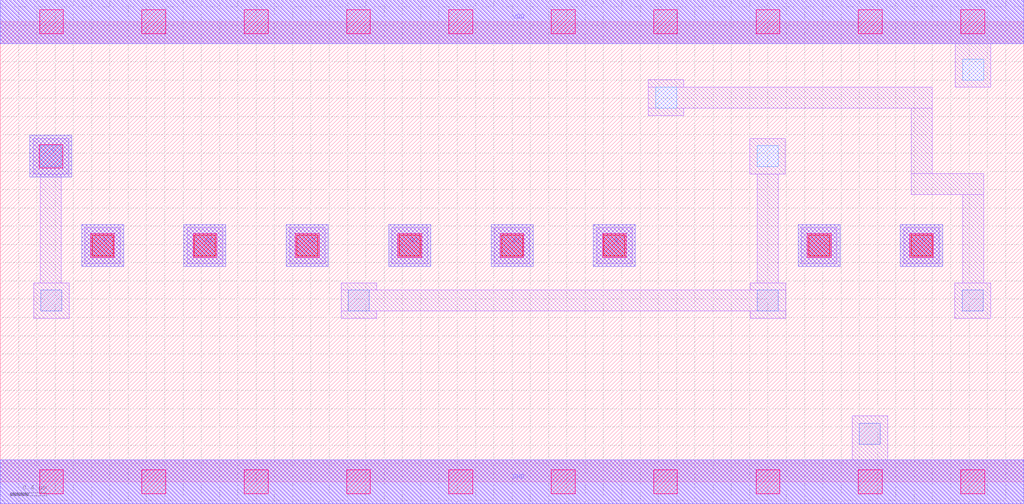
<source format=lef>
MACRO AAOAOI3311
 CLASS CORE ;
 FOREIGN AAOAOI3311 0 0 ;
 SIZE 11.200000000000001 BY 5.04 ;
 ORIGIN 0 0 ;
 SYMMETRY X Y R90 ;
 SITE unit ;
  PIN VDD
   DIRECTION INOUT ;
   USE POWER ;
   SHAPE ABUTMENT ;
    PORT
     CLASS CORE ;
       LAYER met1 ;
        RECT 0.00000000 4.80000000 11.20000000 5.28000000 ;
       LAYER met2 ;
        RECT 0.00000000 4.80000000 11.20000000 5.28000000 ;
    END
  END VDD

  PIN GND
   DIRECTION INOUT ;
   USE POWER ;
   SHAPE ABUTMENT ;
    PORT
     CLASS CORE ;
       LAYER met1 ;
        RECT 0.00000000 -0.24000000 11.20000000 0.24000000 ;
       LAYER met2 ;
        RECT 0.00000000 -0.24000000 11.20000000 0.24000000 ;
    END
  END GND

  PIN Y
   DIRECTION INOUT ;
   USE SIGNAL ;
   SHAPE ABUTMENT ;
    PORT
     CLASS CORE ;
       LAYER met2 ;
        RECT 0.32500000 3.33500000 0.78500000 3.79500000 ;
    END
  END Y

  PIN B2
   DIRECTION INOUT ;
   USE SIGNAL ;
   SHAPE ABUTMENT ;
    PORT
     CLASS CORE ;
       LAYER met2 ;
        RECT 4.25000000 2.35700000 4.71000000 2.81700000 ;
    END
  END B2

  PIN D
   DIRECTION INOUT ;
   USE SIGNAL ;
   SHAPE ABUTMENT ;
    PORT
     CLASS CORE ;
       LAYER met2 ;
        RECT 9.85000000 2.35700000 10.31000000 2.81700000 ;
    END
  END D

  PIN A
   DIRECTION INOUT ;
   USE SIGNAL ;
   SHAPE ABUTMENT ;
    PORT
     CLASS CORE ;
       LAYER met2 ;
        RECT 0.89000000 2.35700000 1.35000000 2.81700000 ;
    END
  END A

  PIN C
   DIRECTION INOUT ;
   USE SIGNAL ;
   SHAPE ABUTMENT ;
    PORT
     CLASS CORE ;
       LAYER met2 ;
        RECT 8.73000000 2.35700000 9.19000000 2.81700000 ;
    END
  END C

  PIN A2
   DIRECTION INOUT ;
   USE SIGNAL ;
   SHAPE ABUTMENT ;
    PORT
     CLASS CORE ;
       LAYER met2 ;
        RECT 3.13000000 2.35700000 3.59000000 2.81700000 ;
    END
  END A2

  PIN B
   DIRECTION INOUT ;
   USE SIGNAL ;
   SHAPE ABUTMENT ;
    PORT
     CLASS CORE ;
       LAYER met2 ;
        RECT 6.49000000 2.35700000 6.95000000 2.81700000 ;
    END
  END B

  PIN A1
   DIRECTION INOUT ;
   USE SIGNAL ;
   SHAPE ABUTMENT ;
    PORT
     CLASS CORE ;
       LAYER met2 ;
        RECT 2.01000000 2.35700000 2.47000000 2.81700000 ;
    END
  END A1

  PIN B1
   DIRECTION INOUT ;
   USE SIGNAL ;
   SHAPE ABUTMENT ;
    PORT
     CLASS CORE ;
       LAYER met2 ;
        RECT 5.37000000 2.35700000 5.83000000 2.81700000 ;
    END
  END B1

 OBS
    LAYER polycont ;
     RECT 1.00500000 2.47200000 1.23500000 2.70200000 ;
     RECT 2.12500000 2.47200000 2.35500000 2.70200000 ;
     RECT 3.24500000 2.47200000 3.47500000 2.70200000 ;
     RECT 4.36500000 2.47200000 4.59500000 2.70200000 ;
     RECT 5.48500000 2.47200000 5.71500000 2.70200000 ;
     RECT 6.60500000 2.47200000 6.83500000 2.70200000 ;
     RECT 8.84500000 2.47200000 9.07500000 2.70200000 ;
     RECT 9.96500000 2.47200000 10.19500000 2.70200000 ;

    LAYER pdiffc ;
     RECT 0.44000000 3.45000000 0.67000000 3.68000000 ;
     RECT 8.28000000 3.45000000 8.51000000 3.68000000 ;
     RECT 7.17000000 4.09200000 7.40000000 4.32200000 ;
     RECT 10.53000000 4.40000000 10.76000000 4.63000000 ;

    LAYER ndiffc ;
     RECT 9.40000000 0.41000000 9.63000000 0.64000000 ;
     RECT 0.44500000 1.87000000 0.67500000 2.10000000 ;
     RECT 3.81000000 1.87000000 4.04000000 2.10000000 ;
     RECT 8.28500000 1.87000000 8.51500000 2.10000000 ;
     RECT 10.52500000 1.87000000 10.75500000 2.10000000 ;

    LAYER met1 ;
     RECT 0.00000000 -0.24000000 11.20000000 0.24000000 ;
     RECT 9.32000000 0.24000000 9.71000000 0.72000000 ;
     RECT 0.92500000 2.39200000 1.31500000 2.78200000 ;
     RECT 2.04500000 2.39200000 2.43500000 2.78200000 ;
     RECT 3.16500000 2.39200000 3.55500000 2.78200000 ;
     RECT 4.28500000 2.39200000 4.67500000 2.78200000 ;
     RECT 5.40500000 2.39200000 5.79500000 2.78200000 ;
     RECT 6.52500000 2.39200000 6.91500000 2.78200000 ;
     RECT 8.76500000 2.39200000 9.15500000 2.78200000 ;
     RECT 9.88500000 2.39200000 10.27500000 2.78200000 ;
     RECT 0.36500000 1.79000000 0.75500000 2.18000000 ;
     RECT 0.44000000 2.18000000 0.67000000 3.37000000 ;
     RECT 0.36000000 3.37000000 0.75000000 3.76000000 ;
     RECT 3.73000000 1.79000000 4.12000000 1.87000000 ;
     RECT 8.20500000 1.79000000 8.59500000 1.87000000 ;
     RECT 3.73000000 1.87000000 8.59500000 2.10000000 ;
     RECT 3.73000000 2.10000000 4.12000000 2.18000000 ;
     RECT 8.20500000 2.10000000 8.59500000 2.18000000 ;
     RECT 8.28000000 2.18000000 8.51000000 3.37000000 ;
     RECT 8.20000000 3.37000000 8.59000000 3.76000000 ;
     RECT 10.44500000 1.79000000 10.83500000 2.18000000 ;
     RECT 10.53000000 2.18000000 10.76000000 3.14700000 ;
     RECT 9.96500000 3.14700000 10.76000000 3.37700000 ;
     RECT 7.09000000 4.01200000 7.48000000 4.09200000 ;
     RECT 9.96500000 3.37700000 10.19500000 4.09200000 ;
     RECT 7.09000000 4.09200000 10.19500000 4.32200000 ;
     RECT 7.09000000 4.32200000 7.48000000 4.40200000 ;
     RECT 10.45000000 4.32000000 10.84000000 4.80000000 ;
     RECT 0.00000000 4.80000000 11.20000000 5.28000000 ;

    LAYER via1 ;
     RECT 0.43000000 -0.13000000 0.69000000 0.13000000 ;
     RECT 1.55000000 -0.13000000 1.81000000 0.13000000 ;
     RECT 2.67000000 -0.13000000 2.93000000 0.13000000 ;
     RECT 3.79000000 -0.13000000 4.05000000 0.13000000 ;
     RECT 4.91000000 -0.13000000 5.17000000 0.13000000 ;
     RECT 6.03000000 -0.13000000 6.29000000 0.13000000 ;
     RECT 7.15000000 -0.13000000 7.41000000 0.13000000 ;
     RECT 8.27000000 -0.13000000 8.53000000 0.13000000 ;
     RECT 9.39000000 -0.13000000 9.65000000 0.13000000 ;
     RECT 10.51000000 -0.13000000 10.77000000 0.13000000 ;
     RECT 0.99000000 2.45700000 1.25000000 2.71700000 ;
     RECT 2.11000000 2.45700000 2.37000000 2.71700000 ;
     RECT 3.23000000 2.45700000 3.49000000 2.71700000 ;
     RECT 4.35000000 2.45700000 4.61000000 2.71700000 ;
     RECT 5.47000000 2.45700000 5.73000000 2.71700000 ;
     RECT 6.59000000 2.45700000 6.85000000 2.71700000 ;
     RECT 8.83000000 2.45700000 9.09000000 2.71700000 ;
     RECT 9.95000000 2.45700000 10.21000000 2.71700000 ;
     RECT 0.42500000 3.43500000 0.68500000 3.69500000 ;
     RECT 0.43000000 4.91000000 0.69000000 5.17000000 ;
     RECT 1.55000000 4.91000000 1.81000000 5.17000000 ;
     RECT 2.67000000 4.91000000 2.93000000 5.17000000 ;
     RECT 3.79000000 4.91000000 4.05000000 5.17000000 ;
     RECT 4.91000000 4.91000000 5.17000000 5.17000000 ;
     RECT 6.03000000 4.91000000 6.29000000 5.17000000 ;
     RECT 7.15000000 4.91000000 7.41000000 5.17000000 ;
     RECT 8.27000000 4.91000000 8.53000000 5.17000000 ;
     RECT 9.39000000 4.91000000 9.65000000 5.17000000 ;
     RECT 10.51000000 4.91000000 10.77000000 5.17000000 ;

    LAYER met2 ;
     RECT 0.00000000 -0.24000000 11.20000000 0.24000000 ;
     RECT 0.89000000 2.35700000 1.35000000 2.81700000 ;
     RECT 2.01000000 2.35700000 2.47000000 2.81700000 ;
     RECT 3.13000000 2.35700000 3.59000000 2.81700000 ;
     RECT 4.25000000 2.35700000 4.71000000 2.81700000 ;
     RECT 5.37000000 2.35700000 5.83000000 2.81700000 ;
     RECT 6.49000000 2.35700000 6.95000000 2.81700000 ;
     RECT 8.73000000 2.35700000 9.19000000 2.81700000 ;
     RECT 9.85000000 2.35700000 10.31000000 2.81700000 ;
     RECT 0.32500000 3.33500000 0.78500000 3.79500000 ;
     RECT 0.00000000 4.80000000 11.20000000 5.28000000 ;

 END
END AAOAOI3311

</source>
